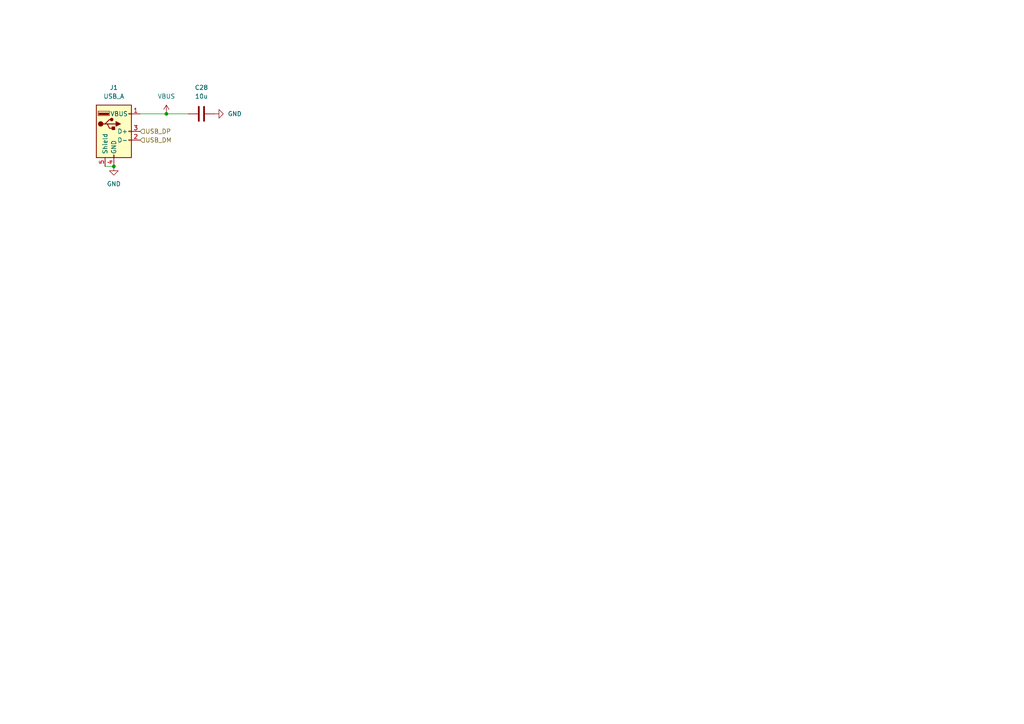
<source format=kicad_sch>
(kicad_sch (version 20231120) (generator "eeschema") (generator_version "8.0")
  (paper "A4")
  (title_block (title "MiniFRANK") (date "2025-01-14") (rev "2.0") (company "Mikhail Matveev") (comment 1 "https://github.com/xtremespb/frank"))
  (lib_symbols
    (symbol "Connector:USB_A" (pin_names (offset 1.016))
      (property "Reference" "J" (at -5.08 11.43 0))
      (property "Value" "USB_A" (at -5.08 8.89 0))
      (symbol "USB_A_0_1"
        (rectangle (start -5.08 -7.62) (end 5.08 7.62) (stroke (width 0.254)) (fill (type background)))
        (circle (center -3.81 2.159) (radius 0.635) (stroke (width 0.254)) (fill (type outline)))
        (rectangle (start -1.524 4.826) (end -4.318 5.334) (fill (type outline)))
        (rectangle (start -1.27 4.572) (end -4.572 5.842))
        (circle (center -0.635 3.429) (radius 0.381) (stroke (width 0.254)) (fill (type outline)))
        (rectangle (start -0.127 -7.62) (end 0.127 -6.858))
        (polyline (pts (xy -3.175 2.159) (xy -2.54 2.159) (xy -1.27 3.429) (xy -0.635 3.429)) (stroke (width 0.254)))
        (polyline (pts (xy -2.54 2.159) (xy -1.905 2.159) (xy -1.27 0.889) (xy 0 0.889)) (stroke (width 0.254)))
        (polyline (pts (xy 0.635 2.794) (xy 0.635 1.524) (xy 1.905 2.159) (xy 0.635 2.794)) (stroke (width 0.254)) (fill (type outline)))
        (rectangle (start 0.254 1.27) (end -0.508 0.508) (stroke (width 0.254)) (fill (type outline)))
        (rectangle (start 5.08 -2.667) (end 4.318 -2.413))
        (rectangle (start 5.08 -0.127) (end 4.318 0.127))
        (rectangle (start 5.08 4.953) (end 4.318 5.207))
      )
      (symbol "USB_A_1_1"
        (polyline (pts (xy -1.905 2.159) (xy 0.635 2.159)) (stroke (width 0.254)))
        (pin power_in line (at 7.62 5.08 180) (length 2.54) (name "VBUS") (number "1"))
        (pin bidirectional line (at 7.62 -2.54 180) (length 2.54) (name "D-") (number "2"))
        (pin bidirectional line (at 7.62 0 180) (length 2.54) (name "D+") (number "3"))
        (pin power_in line (at 0 -10.16 90) (length 2.54) (name "GND") (number "4"))
        (pin passive line (at -2.54 -10.16 90) (length 2.54) (name "Shield") (number "5"))
      )
    )
    (symbol "Device:C" (pin_numbers hide) (pin_names (offset 0.254))
      (property "Reference" "C" (at 0.635 2.54 0))
      (property "Value" "C" (at 0.635 -2.54 0))
      (symbol "C_0_1"
        (polyline (pts (xy -2.032 -0.762) (xy 2.032 -0.762)) (stroke (width 0.508)))
        (polyline (pts (xy -2.032 0.762) (xy 2.032 0.762)) (stroke (width 0.508)))
      )
      (symbol "C_1_1"
        (pin passive line (at 0 3.81 270) (length 2.794) (name "~") (number "1"))
        (pin passive line (at 0 -3.81 90) (length 2.794) (name "~") (number "2"))
      )
    )
    (symbol "power:GND" (power) (pin_numbers hide) (pin_names (offset 0) hide)
      (property "Value" "GND" (at 0 -3.81 0))
      (symbol "GND_0_1"
        (polyline (pts (xy 0 0) (xy 0 -1.27) (xy 1.27 -1.27) (xy 0 -2.54) (xy -1.27 -1.27) (xy 0 -1.27)))
      )
      (symbol "GND_1_1"
        (pin power_in line (at 0 0 270) (length 0) (name "~") (number "1"))
      )
    )
    (symbol "power:VBUS" (power) (pin_numbers hide) (pin_names (offset 0) hide)
      (property "Value" "VBUS" (at 0 3.556 0))
      (symbol "VBUS_0_1"
        (polyline (pts (xy -0.762 1.27) (xy 0 2.54)))
        (polyline (pts (xy 0 0) (xy 0 2.54)))
        (polyline (pts (xy 0 2.54) (xy 0.762 1.27)))
      )
      (symbol "VBUS_1_1"
        (pin power_in line (at 0 0 90) (length 0) (name "~") (number "1"))
      )
    )
  )
  (junction (at 48.26 33.02))
  (junction (at 33.02 48.26))
  (wire (pts (xy 48.26 33.02) (xy 54.61 33.02)))
  (wire (pts (xy 30.48 48.26) (xy 33.02 48.26)))
  (wire (pts (xy 40.64 33.02) (xy 48.26 33.02)))
  (hierarchical_label "USB_DP" (shape input) (at 40.64 38.1 0))
  (hierarchical_label "USB_DM" (shape input) (at 40.64 40.64 0))
  (symbol (lib_id "power:GND") (at 33.02 48.26 0) (unit 1)
    (property "Reference" "#PWR088" (effects (hide yes)))
    (property "Value" "GND" (at 33.02 53.34 0))
    (property "Description" "Power symbol creates a global label with name \"GND\" , ground" (effects (hide yes)))
  )
  (symbol (lib_id "power:VBUS") (at 48.26 33.02 0) (unit 1)
    (property "Reference" "#PWR086" (effects (hide yes)))
    (property "Value" "VBUS" (at 48.26 27.94 0))
    (property "Description" "Power symbol creates a global label with name \"VBUS\"" (effects (hide yes)))
  )
  (symbol (lib_id "power:GND") (at 62.23 33.02 90) (unit 1)
    (property "Reference" "#PWR087" (effects (hide yes)))
    (property "Value" "GND" (at 66.04 33.0199 90) (effects (justify right)))
    (property "Description" "Power symbol creates a global label with name \"GND\" , ground" (effects (hide yes)))
  )
  (symbol (lib_id "Device:C") (at 58.42 33.02 90) (unit 1)
    (property "Reference" "C28" (at 58.42 25.4 90))
    (property "Value" "10u" (at 58.42 27.94 90))
    (property "Footprint" "FRANK:Capacitor (0805)" (effects (hide yes)))
    (property "Description" "Unpolarized capacitor" (effects (hide yes)))
  )
  (symbol (lib_id "Connector:USB_A") (at 33.02 38.1 0) (unit 1)
    (property "Reference" "J1" (at 33.02 25.4 0))
    (property "Value" "USB_A" (at 33.02 27.94 0))
    (property "Description" "USB Type A connector" (effects (hide yes)))
  )
)
</source>
